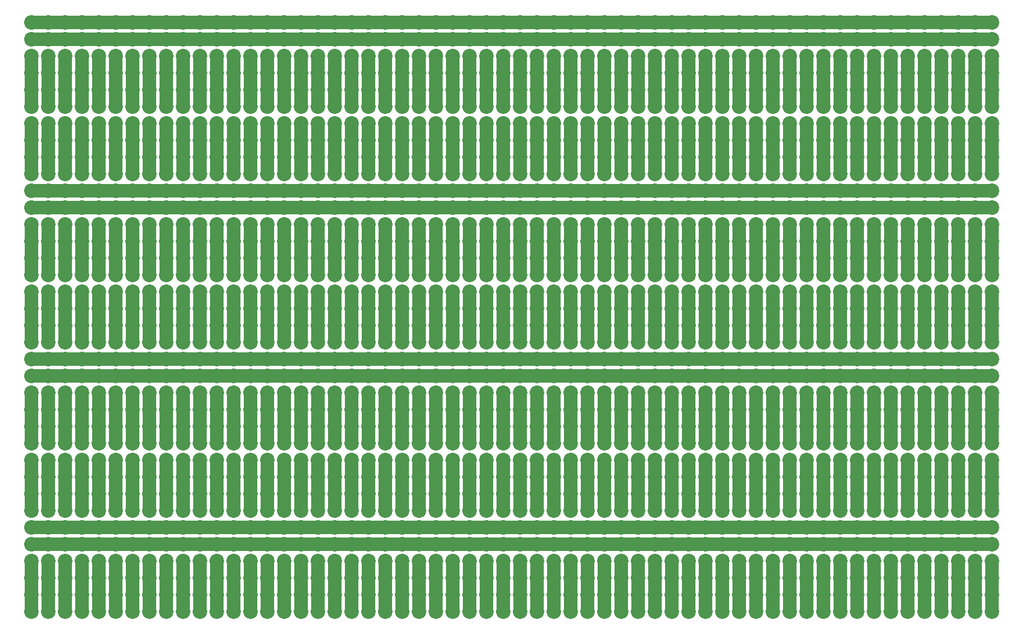
<source format=gbr>
%TF.GenerationSoftware,KiCad,Pcbnew,(5.1.8)-1*%
%TF.CreationDate,2022-01-26T04:35:18+03:00*%
%TF.ProjectId,Proto100x150-4er,50726f74-6f31-4303-9078-3135302d3465,rev?*%
%TF.SameCoordinates,Original*%
%TF.FileFunction,Copper,L2,Bot*%
%TF.FilePolarity,Positive*%
%FSLAX46Y46*%
G04 Gerber Fmt 4.6, Leading zero omitted, Abs format (unit mm)*
G04 Created by KiCad (PCBNEW (5.1.8)-1) date 2022-01-26 04:35:18*
%MOMM*%
%LPD*%
G01*
G04 APERTURE LIST*
%TA.AperFunction,ViaPad*%
%ADD10C,2.200000*%
%TD*%
%TA.AperFunction,Conductor*%
%ADD11C,2.000000*%
%TD*%
G04 APERTURE END LIST*
D10*
%TO.N,*%
X27940000Y-142240000D03*
X27940000Y-139700000D03*
X27940000Y-137160000D03*
X27940000Y-134620000D03*
X27940000Y-132080000D03*
X27940000Y-129540000D03*
X27940000Y-121920000D03*
X27940000Y-127000000D03*
X27940000Y-124460000D03*
X27940000Y-119380000D03*
X27940000Y-111760000D03*
X27940000Y-116840000D03*
X27940000Y-114300000D03*
X27940000Y-109220000D03*
X27940000Y-106680000D03*
X27940000Y-104140000D03*
X27940000Y-96520000D03*
X27940000Y-99060000D03*
X27940000Y-101600000D03*
X27940000Y-93980000D03*
X27940000Y-86360000D03*
X27940000Y-88900000D03*
X27940000Y-91440000D03*
X27940000Y-83820000D03*
X27940000Y-81280000D03*
X27940000Y-78740000D03*
X27940000Y-76200000D03*
X27940000Y-73660000D03*
X27940000Y-68580000D03*
X27940000Y-71120000D03*
X27940000Y-66040000D03*
X27940000Y-63500000D03*
X27940000Y-58420000D03*
X27940000Y-60960000D03*
X27940000Y-55880000D03*
X27940000Y-53340000D03*
X30480000Y-60960000D03*
X30480000Y-63500000D03*
X30480000Y-58420000D03*
X30480000Y-55880000D03*
X30480000Y-66040000D03*
X30480000Y-53340000D03*
X30480000Y-119380000D03*
X30480000Y-91440000D03*
X30480000Y-137160000D03*
X30480000Y-132080000D03*
X30480000Y-88900000D03*
X30480000Y-68580000D03*
X30480000Y-71120000D03*
X30480000Y-101600000D03*
X30480000Y-106680000D03*
X30480000Y-76200000D03*
X30480000Y-124460000D03*
X30480000Y-142240000D03*
X30480000Y-104140000D03*
X30480000Y-81280000D03*
X30480000Y-96520000D03*
X30480000Y-99060000D03*
X30480000Y-73660000D03*
X30480000Y-111760000D03*
X30480000Y-121920000D03*
X30480000Y-139700000D03*
X30480000Y-114300000D03*
X30480000Y-116840000D03*
X30480000Y-129540000D03*
X30480000Y-134620000D03*
X30480000Y-109220000D03*
X30480000Y-83820000D03*
X30480000Y-86360000D03*
X30480000Y-127000000D03*
X30480000Y-78740000D03*
X30480000Y-93980000D03*
X33020000Y-60960000D03*
X33020000Y-63500000D03*
X33020000Y-58420000D03*
X33020000Y-55880000D03*
X33020000Y-66040000D03*
X33020000Y-53340000D03*
X33020000Y-119380000D03*
X33020000Y-91440000D03*
X33020000Y-137160000D03*
X33020000Y-132080000D03*
X33020000Y-88900000D03*
X33020000Y-68580000D03*
X33020000Y-71120000D03*
X33020000Y-101600000D03*
X33020000Y-106680000D03*
X33020000Y-76200000D03*
X33020000Y-124460000D03*
X33020000Y-142240000D03*
X33020000Y-104140000D03*
X33020000Y-81280000D03*
X33020000Y-96520000D03*
X33020000Y-99060000D03*
X33020000Y-73660000D03*
X33020000Y-111760000D03*
X33020000Y-121920000D03*
X33020000Y-139700000D03*
X33020000Y-114300000D03*
X33020000Y-116840000D03*
X33020000Y-129540000D03*
X33020000Y-134620000D03*
X33020000Y-109220000D03*
X33020000Y-83820000D03*
X33020000Y-86360000D03*
X33020000Y-127000000D03*
X33020000Y-78740000D03*
X33020000Y-93980000D03*
X35560000Y-60960000D03*
X35560000Y-63500000D03*
X35560000Y-58420000D03*
X35560000Y-55880000D03*
X35560000Y-66040000D03*
X35560000Y-53340000D03*
X35560000Y-119380000D03*
X35560000Y-91440000D03*
X35560000Y-137160000D03*
X35560000Y-132080000D03*
X35560000Y-88900000D03*
X35560000Y-68580000D03*
X35560000Y-71120000D03*
X35560000Y-101600000D03*
X35560000Y-106680000D03*
X35560000Y-76200000D03*
X35560000Y-124460000D03*
X35560000Y-142240000D03*
X35560000Y-104140000D03*
X35560000Y-81280000D03*
X35560000Y-96520000D03*
X35560000Y-99060000D03*
X35560000Y-73660000D03*
X35560000Y-111760000D03*
X35560000Y-121920000D03*
X35560000Y-139700000D03*
X35560000Y-114300000D03*
X35560000Y-116840000D03*
X35560000Y-129540000D03*
X35560000Y-134620000D03*
X35560000Y-109220000D03*
X35560000Y-83820000D03*
X35560000Y-86360000D03*
X35560000Y-127000000D03*
X35560000Y-78740000D03*
X35560000Y-93980000D03*
X40640000Y-60960000D03*
X38100000Y-60960000D03*
X38100000Y-63500000D03*
X38100000Y-58420000D03*
X38100000Y-55880000D03*
X40640000Y-63500000D03*
X38100000Y-66040000D03*
X38100000Y-53340000D03*
X40640000Y-58420000D03*
X38100000Y-119380000D03*
X38100000Y-91440000D03*
X38100000Y-137160000D03*
X38100000Y-132080000D03*
X38100000Y-88900000D03*
X38100000Y-68580000D03*
X38100000Y-71120000D03*
X40640000Y-55880000D03*
X38100000Y-101600000D03*
X38100000Y-106680000D03*
X38100000Y-76200000D03*
X38100000Y-124460000D03*
X38100000Y-142240000D03*
X38100000Y-104140000D03*
X38100000Y-81280000D03*
X38100000Y-96520000D03*
X38100000Y-99060000D03*
X38100000Y-73660000D03*
X38100000Y-111760000D03*
X38100000Y-121920000D03*
X38100000Y-139700000D03*
X38100000Y-114300000D03*
X38100000Y-116840000D03*
X38100000Y-129540000D03*
X38100000Y-134620000D03*
X38100000Y-109220000D03*
X38100000Y-83820000D03*
X38100000Y-86360000D03*
X38100000Y-127000000D03*
X38100000Y-78740000D03*
X38100000Y-93980000D03*
X45720000Y-86360000D03*
X45720000Y-127000000D03*
X45720000Y-78740000D03*
X45720000Y-93980000D03*
X43180000Y-104140000D03*
X43180000Y-81280000D03*
X43180000Y-96520000D03*
X43180000Y-99060000D03*
X43180000Y-73660000D03*
X43180000Y-111760000D03*
X43180000Y-121920000D03*
X43180000Y-139700000D03*
X43180000Y-114300000D03*
X43180000Y-116840000D03*
X43180000Y-129540000D03*
X43180000Y-134620000D03*
X43180000Y-109220000D03*
X43180000Y-83820000D03*
X43180000Y-86360000D03*
X43180000Y-127000000D03*
X43180000Y-78740000D03*
X43180000Y-93980000D03*
X45720000Y-134620000D03*
X45720000Y-60960000D03*
X45720000Y-63500000D03*
X45720000Y-66040000D03*
X45720000Y-55880000D03*
X45720000Y-53340000D03*
X45720000Y-119380000D03*
X45720000Y-91440000D03*
X45720000Y-137160000D03*
X45720000Y-132080000D03*
X45720000Y-88900000D03*
X45720000Y-68580000D03*
X45720000Y-71120000D03*
X45720000Y-101600000D03*
X45720000Y-106680000D03*
X45720000Y-76200000D03*
X45720000Y-124460000D03*
X45720000Y-142240000D03*
X45720000Y-104140000D03*
X45720000Y-81280000D03*
X45720000Y-96520000D03*
X45720000Y-99060000D03*
X45720000Y-73660000D03*
X45720000Y-111760000D03*
X45720000Y-121920000D03*
X45720000Y-139700000D03*
X45720000Y-114300000D03*
X45720000Y-116840000D03*
X45720000Y-129540000D03*
X45720000Y-109220000D03*
X45720000Y-58420000D03*
X45720000Y-83820000D03*
X40640000Y-66040000D03*
X40640000Y-53340000D03*
X40640000Y-119380000D03*
X40640000Y-91440000D03*
X40640000Y-137160000D03*
X40640000Y-132080000D03*
X40640000Y-88900000D03*
X40640000Y-68580000D03*
X40640000Y-71120000D03*
X40640000Y-101600000D03*
X40640000Y-106680000D03*
X40640000Y-76200000D03*
X40640000Y-124460000D03*
X40640000Y-142240000D03*
X40640000Y-104140000D03*
X40640000Y-81280000D03*
X40640000Y-96520000D03*
X40640000Y-99060000D03*
X40640000Y-73660000D03*
X40640000Y-111760000D03*
X40640000Y-121920000D03*
X40640000Y-139700000D03*
X40640000Y-114300000D03*
X40640000Y-116840000D03*
X40640000Y-129540000D03*
X40640000Y-134620000D03*
X40640000Y-109220000D03*
X40640000Y-83820000D03*
X40640000Y-86360000D03*
X40640000Y-127000000D03*
X40640000Y-78740000D03*
X40640000Y-93980000D03*
X43180000Y-124460000D03*
X43180000Y-60960000D03*
X43180000Y-58420000D03*
X43180000Y-55880000D03*
X43180000Y-66040000D03*
X43180000Y-53340000D03*
X43180000Y-119380000D03*
X43180000Y-91440000D03*
X43180000Y-137160000D03*
X43180000Y-132080000D03*
X43180000Y-88900000D03*
X43180000Y-68580000D03*
X43180000Y-71120000D03*
X43180000Y-101600000D03*
X43180000Y-106680000D03*
X43180000Y-76200000D03*
X43180000Y-63500000D03*
X43180000Y-142240000D03*
X50800000Y-60960000D03*
X48260000Y-60960000D03*
X48260000Y-63500000D03*
X48260000Y-58420000D03*
X48260000Y-55880000D03*
X50800000Y-63500000D03*
X48260000Y-66040000D03*
X48260000Y-53340000D03*
X50800000Y-58420000D03*
X48260000Y-119380000D03*
X48260000Y-91440000D03*
X48260000Y-137160000D03*
X48260000Y-132080000D03*
X48260000Y-88900000D03*
X48260000Y-68580000D03*
X48260000Y-71120000D03*
X50800000Y-55880000D03*
X48260000Y-101600000D03*
X48260000Y-106680000D03*
X48260000Y-76200000D03*
X48260000Y-124460000D03*
X48260000Y-142240000D03*
X48260000Y-104140000D03*
X48260000Y-81280000D03*
X48260000Y-96520000D03*
X48260000Y-99060000D03*
X48260000Y-73660000D03*
X48260000Y-111760000D03*
X48260000Y-121920000D03*
X48260000Y-139700000D03*
X48260000Y-114300000D03*
X48260000Y-116840000D03*
X48260000Y-129540000D03*
X48260000Y-134620000D03*
X48260000Y-109220000D03*
X48260000Y-83820000D03*
X48260000Y-86360000D03*
X48260000Y-127000000D03*
X48260000Y-78740000D03*
X48260000Y-93980000D03*
X55880000Y-86360000D03*
X55880000Y-127000000D03*
X55880000Y-78740000D03*
X55880000Y-93980000D03*
X53340000Y-104140000D03*
X53340000Y-81280000D03*
X53340000Y-96520000D03*
X53340000Y-99060000D03*
X53340000Y-73660000D03*
X53340000Y-111760000D03*
X53340000Y-121920000D03*
X53340000Y-139700000D03*
X53340000Y-114300000D03*
X53340000Y-116840000D03*
X53340000Y-129540000D03*
X53340000Y-134620000D03*
X53340000Y-109220000D03*
X53340000Y-83820000D03*
X53340000Y-86360000D03*
X53340000Y-127000000D03*
X53340000Y-78740000D03*
X53340000Y-93980000D03*
X55880000Y-134620000D03*
X55880000Y-60960000D03*
X55880000Y-63500000D03*
X55880000Y-66040000D03*
X55880000Y-55880000D03*
X55880000Y-53340000D03*
X55880000Y-119380000D03*
X55880000Y-91440000D03*
X55880000Y-137160000D03*
X55880000Y-132080000D03*
X55880000Y-88900000D03*
X55880000Y-68580000D03*
X55880000Y-71120000D03*
X55880000Y-101600000D03*
X55880000Y-106680000D03*
X55880000Y-76200000D03*
X55880000Y-124460000D03*
X55880000Y-142240000D03*
X55880000Y-104140000D03*
X55880000Y-81280000D03*
X55880000Y-96520000D03*
X55880000Y-99060000D03*
X55880000Y-73660000D03*
X55880000Y-111760000D03*
X55880000Y-121920000D03*
X55880000Y-139700000D03*
X55880000Y-114300000D03*
X55880000Y-116840000D03*
X55880000Y-129540000D03*
X55880000Y-109220000D03*
X55880000Y-58420000D03*
X55880000Y-83820000D03*
X50800000Y-66040000D03*
X50800000Y-53340000D03*
X50800000Y-119380000D03*
X50800000Y-91440000D03*
X50800000Y-137160000D03*
X50800000Y-132080000D03*
X50800000Y-88900000D03*
X50800000Y-68580000D03*
X50800000Y-71120000D03*
X50800000Y-101600000D03*
X50800000Y-106680000D03*
X50800000Y-76200000D03*
X50800000Y-124460000D03*
X50800000Y-142240000D03*
X50800000Y-104140000D03*
X50800000Y-81280000D03*
X50800000Y-96520000D03*
X50800000Y-99060000D03*
X50800000Y-73660000D03*
X50800000Y-111760000D03*
X50800000Y-121920000D03*
X50800000Y-139700000D03*
X50800000Y-114300000D03*
X50800000Y-116840000D03*
X50800000Y-129540000D03*
X50800000Y-134620000D03*
X50800000Y-109220000D03*
X50800000Y-83820000D03*
X50800000Y-86360000D03*
X50800000Y-127000000D03*
X50800000Y-78740000D03*
X50800000Y-93980000D03*
X53340000Y-124460000D03*
X53340000Y-60960000D03*
X53340000Y-58420000D03*
X53340000Y-55880000D03*
X53340000Y-66040000D03*
X53340000Y-53340000D03*
X53340000Y-119380000D03*
X53340000Y-91440000D03*
X53340000Y-137160000D03*
X53340000Y-132080000D03*
X53340000Y-88900000D03*
X53340000Y-68580000D03*
X53340000Y-71120000D03*
X53340000Y-101600000D03*
X53340000Y-106680000D03*
X53340000Y-76200000D03*
X53340000Y-63500000D03*
X53340000Y-142240000D03*
X60960000Y-60960000D03*
X58420000Y-60960000D03*
X58420000Y-63500000D03*
X58420000Y-58420000D03*
X58420000Y-55880000D03*
X60960000Y-63500000D03*
X58420000Y-66040000D03*
X58420000Y-53340000D03*
X60960000Y-58420000D03*
X58420000Y-119380000D03*
X58420000Y-91440000D03*
X58420000Y-137160000D03*
X58420000Y-132080000D03*
X58420000Y-88900000D03*
X58420000Y-68580000D03*
X58420000Y-71120000D03*
X60960000Y-55880000D03*
X58420000Y-101600000D03*
X58420000Y-106680000D03*
X58420000Y-76200000D03*
X58420000Y-124460000D03*
X58420000Y-142240000D03*
X58420000Y-104140000D03*
X58420000Y-81280000D03*
X58420000Y-96520000D03*
X58420000Y-99060000D03*
X58420000Y-73660000D03*
X58420000Y-111760000D03*
X58420000Y-121920000D03*
X58420000Y-139700000D03*
X58420000Y-114300000D03*
X58420000Y-116840000D03*
X58420000Y-129540000D03*
X58420000Y-134620000D03*
X58420000Y-109220000D03*
X58420000Y-83820000D03*
X58420000Y-86360000D03*
X58420000Y-127000000D03*
X58420000Y-78740000D03*
X58420000Y-93980000D03*
X66040000Y-86360000D03*
X66040000Y-127000000D03*
X66040000Y-78740000D03*
X66040000Y-93980000D03*
X63500000Y-104140000D03*
X63500000Y-81280000D03*
X63500000Y-96520000D03*
X63500000Y-99060000D03*
X63500000Y-73660000D03*
X63500000Y-111760000D03*
X63500000Y-121920000D03*
X63500000Y-139700000D03*
X63500000Y-114300000D03*
X63500000Y-116840000D03*
X63500000Y-129540000D03*
X63500000Y-134620000D03*
X63500000Y-109220000D03*
X63500000Y-83820000D03*
X63500000Y-86360000D03*
X63500000Y-127000000D03*
X63500000Y-78740000D03*
X63500000Y-93980000D03*
X66040000Y-134620000D03*
X66040000Y-60960000D03*
X66040000Y-63500000D03*
X66040000Y-66040000D03*
X66040000Y-55880000D03*
X66040000Y-53340000D03*
X66040000Y-119380000D03*
X66040000Y-91440000D03*
X66040000Y-137160000D03*
X66040000Y-132080000D03*
X66040000Y-88900000D03*
X66040000Y-68580000D03*
X66040000Y-71120000D03*
X66040000Y-101600000D03*
X66040000Y-106680000D03*
X66040000Y-76200000D03*
X66040000Y-124460000D03*
X66040000Y-142240000D03*
X66040000Y-104140000D03*
X66040000Y-81280000D03*
X66040000Y-96520000D03*
X66040000Y-99060000D03*
X66040000Y-73660000D03*
X66040000Y-111760000D03*
X66040000Y-121920000D03*
X66040000Y-139700000D03*
X66040000Y-114300000D03*
X66040000Y-116840000D03*
X66040000Y-129540000D03*
X66040000Y-109220000D03*
X66040000Y-58420000D03*
X66040000Y-83820000D03*
X60960000Y-66040000D03*
X60960000Y-53340000D03*
X60960000Y-119380000D03*
X60960000Y-91440000D03*
X60960000Y-137160000D03*
X60960000Y-132080000D03*
X60960000Y-88900000D03*
X60960000Y-68580000D03*
X60960000Y-71120000D03*
X60960000Y-101600000D03*
X60960000Y-106680000D03*
X60960000Y-76200000D03*
X60960000Y-124460000D03*
X60960000Y-142240000D03*
X60960000Y-104140000D03*
X60960000Y-81280000D03*
X60960000Y-96520000D03*
X60960000Y-99060000D03*
X60960000Y-73660000D03*
X60960000Y-111760000D03*
X60960000Y-121920000D03*
X60960000Y-139700000D03*
X60960000Y-114300000D03*
X60960000Y-116840000D03*
X60960000Y-129540000D03*
X60960000Y-134620000D03*
X60960000Y-109220000D03*
X60960000Y-83820000D03*
X60960000Y-86360000D03*
X60960000Y-127000000D03*
X60960000Y-78740000D03*
X60960000Y-93980000D03*
X63500000Y-124460000D03*
X63500000Y-60960000D03*
X63500000Y-58420000D03*
X63500000Y-55880000D03*
X63500000Y-66040000D03*
X63500000Y-53340000D03*
X63500000Y-119380000D03*
X63500000Y-91440000D03*
X63500000Y-137160000D03*
X63500000Y-132080000D03*
X63500000Y-88900000D03*
X63500000Y-68580000D03*
X63500000Y-71120000D03*
X63500000Y-101600000D03*
X63500000Y-106680000D03*
X63500000Y-76200000D03*
X63500000Y-63500000D03*
X63500000Y-142240000D03*
X71120000Y-60960000D03*
X68580000Y-60960000D03*
X68580000Y-63500000D03*
X68580000Y-58420000D03*
X68580000Y-55880000D03*
X71120000Y-63500000D03*
X68580000Y-66040000D03*
X68580000Y-53340000D03*
X71120000Y-58420000D03*
X68580000Y-119380000D03*
X68580000Y-91440000D03*
X68580000Y-137160000D03*
X68580000Y-132080000D03*
X68580000Y-88900000D03*
X68580000Y-68580000D03*
X68580000Y-71120000D03*
X71120000Y-55880000D03*
X68580000Y-101600000D03*
X68580000Y-106680000D03*
X68580000Y-76200000D03*
X68580000Y-124460000D03*
X68580000Y-142240000D03*
X68580000Y-104140000D03*
X68580000Y-81280000D03*
X68580000Y-96520000D03*
X68580000Y-99060000D03*
X68580000Y-73660000D03*
X68580000Y-111760000D03*
X68580000Y-121920000D03*
X68580000Y-139700000D03*
X68580000Y-114300000D03*
X68580000Y-116840000D03*
X68580000Y-129540000D03*
X68580000Y-134620000D03*
X68580000Y-109220000D03*
X68580000Y-83820000D03*
X68580000Y-86360000D03*
X68580000Y-127000000D03*
X68580000Y-78740000D03*
X68580000Y-93980000D03*
X104140000Y-83820000D03*
X104140000Y-86360000D03*
X104140000Y-127000000D03*
X104140000Y-78740000D03*
X104140000Y-93980000D03*
X106680000Y-134620000D03*
X106680000Y-60960000D03*
X106680000Y-63500000D03*
X106680000Y-66040000D03*
X106680000Y-55880000D03*
X106680000Y-53340000D03*
X106680000Y-119380000D03*
X106680000Y-91440000D03*
X106680000Y-137160000D03*
X106680000Y-132080000D03*
X106680000Y-88900000D03*
X106680000Y-68580000D03*
X106680000Y-71120000D03*
X106680000Y-101600000D03*
X106680000Y-106680000D03*
X106680000Y-76200000D03*
X106680000Y-124460000D03*
X106680000Y-142240000D03*
X106680000Y-104140000D03*
X106680000Y-81280000D03*
X106680000Y-96520000D03*
X106680000Y-99060000D03*
X106680000Y-73660000D03*
X106680000Y-111760000D03*
X106680000Y-121920000D03*
X106680000Y-139700000D03*
X106680000Y-114300000D03*
X106680000Y-116840000D03*
X106680000Y-129540000D03*
X106680000Y-109220000D03*
X106680000Y-58420000D03*
X106680000Y-83820000D03*
X101600000Y-66040000D03*
X101600000Y-53340000D03*
X101600000Y-119380000D03*
X101600000Y-91440000D03*
X101600000Y-137160000D03*
X101600000Y-132080000D03*
X101600000Y-88900000D03*
X101600000Y-68580000D03*
X101600000Y-71120000D03*
X101600000Y-101600000D03*
X101600000Y-106680000D03*
X101600000Y-76200000D03*
X101600000Y-124460000D03*
X88900000Y-63500000D03*
X88900000Y-58420000D03*
X88900000Y-55880000D03*
X91440000Y-63500000D03*
X88900000Y-66040000D03*
X88900000Y-53340000D03*
X91440000Y-58420000D03*
X88900000Y-119380000D03*
X88900000Y-91440000D03*
X88900000Y-137160000D03*
X88900000Y-132080000D03*
X88900000Y-88900000D03*
X88900000Y-68580000D03*
X88900000Y-71120000D03*
X91440000Y-55880000D03*
X88900000Y-101600000D03*
X88900000Y-106680000D03*
X88900000Y-76200000D03*
X88900000Y-124460000D03*
X88900000Y-142240000D03*
X88900000Y-104140000D03*
X88900000Y-81280000D03*
X88900000Y-96520000D03*
X88900000Y-99060000D03*
X88900000Y-73660000D03*
X88900000Y-111760000D03*
X88900000Y-121920000D03*
X88900000Y-139700000D03*
X88900000Y-114300000D03*
X88900000Y-116840000D03*
X88900000Y-129540000D03*
X88900000Y-134620000D03*
X88900000Y-109220000D03*
X88900000Y-83820000D03*
X88900000Y-86360000D03*
X88900000Y-127000000D03*
X88900000Y-78740000D03*
X88900000Y-93980000D03*
X96520000Y-86360000D03*
X96520000Y-127000000D03*
X96520000Y-78740000D03*
X96520000Y-93980000D03*
X93980000Y-104140000D03*
X93980000Y-81280000D03*
X93980000Y-96520000D03*
X93980000Y-99060000D03*
X93980000Y-73660000D03*
X93980000Y-111760000D03*
X93980000Y-121920000D03*
X93980000Y-139700000D03*
X76200000Y-86360000D03*
X76200000Y-127000000D03*
X76200000Y-78740000D03*
X76200000Y-93980000D03*
X78740000Y-139700000D03*
X78740000Y-60960000D03*
X78740000Y-63500000D03*
X78740000Y-55880000D03*
X78740000Y-58420000D03*
X81280000Y-63500000D03*
X78740000Y-66040000D03*
X78740000Y-53340000D03*
X81280000Y-58420000D03*
X78740000Y-119380000D03*
X78740000Y-91440000D03*
X78740000Y-137160000D03*
X78740000Y-132080000D03*
X78740000Y-88900000D03*
X78740000Y-68580000D03*
X78740000Y-71120000D03*
X81280000Y-55880000D03*
X78740000Y-101600000D03*
X78740000Y-106680000D03*
X78740000Y-76200000D03*
X78740000Y-124460000D03*
X78740000Y-142240000D03*
X78740000Y-104140000D03*
X78740000Y-81280000D03*
X78740000Y-96520000D03*
X78740000Y-99060000D03*
X78740000Y-73660000D03*
X78740000Y-111760000D03*
X78740000Y-121920000D03*
X78740000Y-114300000D03*
X81280000Y-60960000D03*
X78740000Y-116840000D03*
X78740000Y-129540000D03*
X78740000Y-134620000D03*
X78740000Y-109220000D03*
X78740000Y-83820000D03*
X78740000Y-86360000D03*
X78740000Y-127000000D03*
X78740000Y-78740000D03*
X78740000Y-93980000D03*
X86360000Y-86360000D03*
X86360000Y-127000000D03*
X86360000Y-78740000D03*
X86360000Y-93980000D03*
X83820000Y-104140000D03*
X83820000Y-81280000D03*
X104140000Y-119380000D03*
X104140000Y-91440000D03*
X104140000Y-137160000D03*
X104140000Y-132080000D03*
X104140000Y-88900000D03*
X104140000Y-68580000D03*
X104140000Y-71120000D03*
X104140000Y-101600000D03*
X104140000Y-106680000D03*
X104140000Y-76200000D03*
X104140000Y-63500000D03*
X104140000Y-142240000D03*
X83820000Y-96520000D03*
X83820000Y-99060000D03*
X83820000Y-73660000D03*
X83820000Y-111760000D03*
X83820000Y-121920000D03*
X83820000Y-139700000D03*
X83820000Y-114300000D03*
X83820000Y-116840000D03*
X83820000Y-129540000D03*
X83820000Y-134620000D03*
X83820000Y-109220000D03*
X83820000Y-83820000D03*
X83820000Y-86360000D03*
X83820000Y-127000000D03*
X83820000Y-78740000D03*
X83820000Y-93980000D03*
X86360000Y-134620000D03*
X86360000Y-60960000D03*
X86360000Y-63500000D03*
X86360000Y-66040000D03*
X86360000Y-55880000D03*
X86360000Y-53340000D03*
X86360000Y-119380000D03*
X86360000Y-91440000D03*
X86360000Y-137160000D03*
X86360000Y-132080000D03*
X86360000Y-88900000D03*
X86360000Y-68580000D03*
X86360000Y-71120000D03*
X86360000Y-101600000D03*
X86360000Y-106680000D03*
X86360000Y-76200000D03*
X86360000Y-124460000D03*
X86360000Y-142240000D03*
X86360000Y-104140000D03*
X86360000Y-81280000D03*
X86360000Y-96520000D03*
X86360000Y-99060000D03*
X86360000Y-73660000D03*
X86360000Y-111760000D03*
X86360000Y-121920000D03*
X86360000Y-139700000D03*
X86360000Y-114300000D03*
X86360000Y-116840000D03*
X86360000Y-129540000D03*
X86360000Y-109220000D03*
X86360000Y-58420000D03*
X86360000Y-83820000D03*
X81280000Y-66040000D03*
X81280000Y-53340000D03*
X73660000Y-104140000D03*
X73660000Y-81280000D03*
X73660000Y-96520000D03*
X73660000Y-99060000D03*
X73660000Y-73660000D03*
X73660000Y-111760000D03*
X73660000Y-121920000D03*
X73660000Y-139700000D03*
X73660000Y-114300000D03*
X73660000Y-116840000D03*
X73660000Y-129540000D03*
X73660000Y-134620000D03*
X73660000Y-109220000D03*
X73660000Y-83820000D03*
X73660000Y-86360000D03*
X73660000Y-127000000D03*
X73660000Y-78740000D03*
X73660000Y-93980000D03*
X76200000Y-134620000D03*
X76200000Y-60960000D03*
X76200000Y-63500000D03*
X76200000Y-66040000D03*
X76200000Y-55880000D03*
X76200000Y-53340000D03*
X76200000Y-119380000D03*
X76200000Y-91440000D03*
X76200000Y-137160000D03*
X76200000Y-132080000D03*
X76200000Y-88900000D03*
X76200000Y-68580000D03*
X76200000Y-71120000D03*
X76200000Y-101600000D03*
X76200000Y-106680000D03*
X76200000Y-76200000D03*
X76200000Y-124460000D03*
X76200000Y-142240000D03*
X76200000Y-104140000D03*
X76200000Y-81280000D03*
X76200000Y-96520000D03*
X76200000Y-99060000D03*
X76200000Y-73660000D03*
X76200000Y-111760000D03*
X76200000Y-121920000D03*
X76200000Y-139700000D03*
X76200000Y-114300000D03*
X76200000Y-116840000D03*
X76200000Y-129540000D03*
X76200000Y-109220000D03*
X76200000Y-58420000D03*
X76200000Y-83820000D03*
X91440000Y-71120000D03*
X91440000Y-101600000D03*
X91440000Y-106680000D03*
X91440000Y-76200000D03*
X91440000Y-124460000D03*
X91440000Y-142240000D03*
X91440000Y-104140000D03*
X91440000Y-81280000D03*
X91440000Y-96520000D03*
X91440000Y-99060000D03*
X91440000Y-73660000D03*
X91440000Y-111760000D03*
X91440000Y-121920000D03*
X91440000Y-139700000D03*
X91440000Y-114300000D03*
X91440000Y-116840000D03*
X91440000Y-129540000D03*
X91440000Y-134620000D03*
X91440000Y-109220000D03*
X91440000Y-83820000D03*
X91440000Y-86360000D03*
X91440000Y-127000000D03*
X91440000Y-78740000D03*
X91440000Y-93980000D03*
X93980000Y-124460000D03*
X93980000Y-60960000D03*
X93980000Y-58420000D03*
X93980000Y-55880000D03*
X93980000Y-66040000D03*
X93980000Y-53340000D03*
X93980000Y-119380000D03*
X93980000Y-91440000D03*
X93980000Y-137160000D03*
X93980000Y-132080000D03*
X93980000Y-88900000D03*
X93980000Y-68580000D03*
X93980000Y-71120000D03*
X93980000Y-101600000D03*
X93980000Y-106680000D03*
X93980000Y-76200000D03*
X93980000Y-63500000D03*
X93980000Y-142240000D03*
X101600000Y-60960000D03*
X101600000Y-63500000D03*
X99060000Y-63500000D03*
X99060000Y-58420000D03*
X99060000Y-55880000D03*
X99060000Y-60960000D03*
X99060000Y-66040000D03*
X81280000Y-119380000D03*
X81280000Y-91440000D03*
X81280000Y-137160000D03*
X81280000Y-132080000D03*
X81280000Y-88900000D03*
X81280000Y-68580000D03*
X81280000Y-71120000D03*
X81280000Y-101600000D03*
X81280000Y-106680000D03*
X81280000Y-76200000D03*
X81280000Y-124460000D03*
X81280000Y-142240000D03*
X81280000Y-104140000D03*
X81280000Y-81280000D03*
X81280000Y-96520000D03*
X81280000Y-99060000D03*
X81280000Y-73660000D03*
X81280000Y-111760000D03*
X81280000Y-121920000D03*
X81280000Y-139700000D03*
X81280000Y-114300000D03*
X81280000Y-116840000D03*
X81280000Y-129540000D03*
X81280000Y-134620000D03*
X81280000Y-109220000D03*
X81280000Y-83820000D03*
X81280000Y-86360000D03*
X81280000Y-127000000D03*
X81280000Y-78740000D03*
X81280000Y-93980000D03*
X83820000Y-124460000D03*
X83820000Y-60960000D03*
X83820000Y-58420000D03*
X83820000Y-55880000D03*
X83820000Y-66040000D03*
X83820000Y-53340000D03*
X83820000Y-119380000D03*
X83820000Y-91440000D03*
X83820000Y-137160000D03*
X83820000Y-132080000D03*
X83820000Y-88900000D03*
X83820000Y-68580000D03*
X83820000Y-71120000D03*
X83820000Y-101600000D03*
X83820000Y-106680000D03*
X83820000Y-76200000D03*
X83820000Y-63500000D03*
X83820000Y-142240000D03*
X88900000Y-60960000D03*
X91440000Y-60960000D03*
X99060000Y-53340000D03*
X101600000Y-58420000D03*
X99060000Y-119380000D03*
X99060000Y-91440000D03*
X99060000Y-137160000D03*
X99060000Y-132080000D03*
X99060000Y-88900000D03*
X99060000Y-68580000D03*
X99060000Y-71120000D03*
X101600000Y-55880000D03*
X99060000Y-101600000D03*
X99060000Y-106680000D03*
X99060000Y-76200000D03*
X99060000Y-124460000D03*
X99060000Y-142240000D03*
X99060000Y-104140000D03*
X99060000Y-81280000D03*
X99060000Y-96520000D03*
X99060000Y-99060000D03*
X99060000Y-73660000D03*
X99060000Y-111760000D03*
X99060000Y-121920000D03*
X99060000Y-139700000D03*
X99060000Y-114300000D03*
X99060000Y-116840000D03*
X99060000Y-129540000D03*
X99060000Y-134620000D03*
X99060000Y-109220000D03*
X99060000Y-83820000D03*
X99060000Y-86360000D03*
X99060000Y-127000000D03*
X99060000Y-78740000D03*
X99060000Y-93980000D03*
X106680000Y-86360000D03*
X106680000Y-127000000D03*
X106680000Y-78740000D03*
X106680000Y-93980000D03*
X104140000Y-104140000D03*
X104140000Y-81280000D03*
X104140000Y-96520000D03*
X104140000Y-99060000D03*
X104140000Y-73660000D03*
X104140000Y-111760000D03*
X104140000Y-121920000D03*
X104140000Y-139700000D03*
X104140000Y-114300000D03*
X104140000Y-116840000D03*
X104140000Y-129540000D03*
X104140000Y-134620000D03*
X104140000Y-109220000D03*
X71120000Y-66040000D03*
X71120000Y-53340000D03*
X71120000Y-119380000D03*
X71120000Y-91440000D03*
X71120000Y-137160000D03*
X71120000Y-132080000D03*
X71120000Y-88900000D03*
X71120000Y-68580000D03*
X71120000Y-71120000D03*
X71120000Y-101600000D03*
X71120000Y-106680000D03*
X71120000Y-76200000D03*
X71120000Y-124460000D03*
X71120000Y-142240000D03*
X71120000Y-104140000D03*
X71120000Y-81280000D03*
X71120000Y-96520000D03*
X71120000Y-99060000D03*
X71120000Y-73660000D03*
X71120000Y-111760000D03*
X71120000Y-121920000D03*
X71120000Y-139700000D03*
X71120000Y-114300000D03*
X71120000Y-116840000D03*
X71120000Y-129540000D03*
X71120000Y-134620000D03*
X71120000Y-109220000D03*
X71120000Y-83820000D03*
X71120000Y-86360000D03*
X71120000Y-127000000D03*
X71120000Y-78740000D03*
X71120000Y-93980000D03*
X73660000Y-124460000D03*
X73660000Y-60960000D03*
X73660000Y-58420000D03*
X73660000Y-55880000D03*
X73660000Y-66040000D03*
X73660000Y-53340000D03*
X73660000Y-119380000D03*
X73660000Y-91440000D03*
X73660000Y-137160000D03*
X73660000Y-132080000D03*
X73660000Y-88900000D03*
X73660000Y-68580000D03*
X73660000Y-71120000D03*
X73660000Y-101600000D03*
X73660000Y-106680000D03*
X73660000Y-76200000D03*
X73660000Y-63500000D03*
X73660000Y-142240000D03*
X93980000Y-114300000D03*
X93980000Y-116840000D03*
X93980000Y-129540000D03*
X93980000Y-134620000D03*
X93980000Y-109220000D03*
X93980000Y-83820000D03*
X93980000Y-86360000D03*
X93980000Y-127000000D03*
X93980000Y-78740000D03*
X93980000Y-93980000D03*
X96520000Y-134620000D03*
X96520000Y-60960000D03*
X96520000Y-63500000D03*
X96520000Y-66040000D03*
X96520000Y-55880000D03*
X96520000Y-53340000D03*
X96520000Y-119380000D03*
X96520000Y-91440000D03*
X96520000Y-137160000D03*
X96520000Y-132080000D03*
X96520000Y-88900000D03*
X96520000Y-68580000D03*
X96520000Y-71120000D03*
X96520000Y-101600000D03*
X96520000Y-106680000D03*
X96520000Y-76200000D03*
X96520000Y-124460000D03*
X96520000Y-142240000D03*
X96520000Y-104140000D03*
X96520000Y-81280000D03*
X96520000Y-96520000D03*
X96520000Y-99060000D03*
X96520000Y-73660000D03*
X96520000Y-111760000D03*
X96520000Y-121920000D03*
X96520000Y-139700000D03*
X96520000Y-114300000D03*
X96520000Y-116840000D03*
X96520000Y-129540000D03*
X96520000Y-109220000D03*
X96520000Y-58420000D03*
X96520000Y-83820000D03*
X91440000Y-66040000D03*
X91440000Y-53340000D03*
X91440000Y-119380000D03*
X91440000Y-91440000D03*
X91440000Y-137160000D03*
X91440000Y-132080000D03*
X91440000Y-88900000D03*
X91440000Y-68580000D03*
X101600000Y-142240000D03*
X101600000Y-104140000D03*
X101600000Y-81280000D03*
X101600000Y-96520000D03*
X101600000Y-99060000D03*
X101600000Y-73660000D03*
X101600000Y-111760000D03*
X101600000Y-121920000D03*
X101600000Y-139700000D03*
X101600000Y-114300000D03*
X101600000Y-116840000D03*
X101600000Y-129540000D03*
X101600000Y-134620000D03*
X101600000Y-109220000D03*
X101600000Y-83820000D03*
X101600000Y-86360000D03*
X101600000Y-127000000D03*
X101600000Y-78740000D03*
X101600000Y-93980000D03*
X104140000Y-124460000D03*
X104140000Y-60960000D03*
X104140000Y-58420000D03*
X104140000Y-55880000D03*
X104140000Y-66040000D03*
X104140000Y-53340000D03*
X111760000Y-60960000D03*
X109220000Y-60960000D03*
X109220000Y-63500000D03*
X109220000Y-58420000D03*
X109220000Y-55880000D03*
X111760000Y-63500000D03*
X109220000Y-66040000D03*
X109220000Y-53340000D03*
X111760000Y-58420000D03*
X109220000Y-119380000D03*
X109220000Y-91440000D03*
X109220000Y-137160000D03*
X109220000Y-132080000D03*
X109220000Y-88900000D03*
X109220000Y-68580000D03*
X109220000Y-71120000D03*
X111760000Y-55880000D03*
X109220000Y-101600000D03*
X109220000Y-106680000D03*
X109220000Y-76200000D03*
X109220000Y-124460000D03*
X109220000Y-142240000D03*
X109220000Y-104140000D03*
X109220000Y-81280000D03*
X109220000Y-96520000D03*
X109220000Y-99060000D03*
X109220000Y-73660000D03*
X109220000Y-111760000D03*
X109220000Y-121920000D03*
X109220000Y-139700000D03*
X109220000Y-114300000D03*
X109220000Y-116840000D03*
X109220000Y-129540000D03*
X109220000Y-134620000D03*
X109220000Y-109220000D03*
X109220000Y-83820000D03*
X109220000Y-86360000D03*
X109220000Y-127000000D03*
X109220000Y-78740000D03*
X109220000Y-93980000D03*
X144780000Y-83820000D03*
X144780000Y-86360000D03*
X144780000Y-127000000D03*
X144780000Y-78740000D03*
X144780000Y-93980000D03*
X147320000Y-134620000D03*
X147320000Y-60960000D03*
X147320000Y-63500000D03*
X147320000Y-66040000D03*
X147320000Y-55880000D03*
X147320000Y-53340000D03*
X147320000Y-119380000D03*
X147320000Y-91440000D03*
X147320000Y-137160000D03*
X147320000Y-132080000D03*
X147320000Y-88900000D03*
X147320000Y-68580000D03*
X147320000Y-71120000D03*
X147320000Y-101600000D03*
X147320000Y-106680000D03*
X147320000Y-76200000D03*
X147320000Y-124460000D03*
X147320000Y-142240000D03*
X147320000Y-104140000D03*
X147320000Y-81280000D03*
X147320000Y-96520000D03*
X147320000Y-99060000D03*
X147320000Y-73660000D03*
X147320000Y-111760000D03*
X147320000Y-121920000D03*
X147320000Y-139700000D03*
X147320000Y-114300000D03*
X147320000Y-116840000D03*
X147320000Y-129540000D03*
X147320000Y-109220000D03*
X147320000Y-58420000D03*
X147320000Y-83820000D03*
X142240000Y-66040000D03*
X142240000Y-53340000D03*
X142240000Y-119380000D03*
X142240000Y-91440000D03*
X142240000Y-137160000D03*
X142240000Y-132080000D03*
X142240000Y-88900000D03*
X142240000Y-68580000D03*
X142240000Y-71120000D03*
X142240000Y-101600000D03*
X142240000Y-106680000D03*
X142240000Y-76200000D03*
X142240000Y-124460000D03*
X129540000Y-63500000D03*
X129540000Y-58420000D03*
X129540000Y-55880000D03*
X132080000Y-63500000D03*
X129540000Y-66040000D03*
X129540000Y-53340000D03*
X132080000Y-58420000D03*
X129540000Y-119380000D03*
X129540000Y-91440000D03*
X129540000Y-137160000D03*
X129540000Y-132080000D03*
X129540000Y-88900000D03*
X129540000Y-68580000D03*
X129540000Y-71120000D03*
X132080000Y-55880000D03*
X129540000Y-101600000D03*
X129540000Y-106680000D03*
X129540000Y-76200000D03*
X129540000Y-124460000D03*
X129540000Y-142240000D03*
X129540000Y-104140000D03*
X129540000Y-81280000D03*
X129540000Y-96520000D03*
X129540000Y-99060000D03*
X129540000Y-73660000D03*
X129540000Y-111760000D03*
X129540000Y-121920000D03*
X129540000Y-139700000D03*
X129540000Y-114300000D03*
X129540000Y-116840000D03*
X129540000Y-129540000D03*
X129540000Y-134620000D03*
X129540000Y-109220000D03*
X129540000Y-83820000D03*
X129540000Y-86360000D03*
X129540000Y-127000000D03*
X129540000Y-78740000D03*
X129540000Y-93980000D03*
X137160000Y-86360000D03*
X137160000Y-127000000D03*
X137160000Y-78740000D03*
X137160000Y-93980000D03*
X134620000Y-104140000D03*
X134620000Y-81280000D03*
X134620000Y-96520000D03*
X134620000Y-99060000D03*
X134620000Y-73660000D03*
X134620000Y-111760000D03*
X134620000Y-121920000D03*
X134620000Y-139700000D03*
X116840000Y-86360000D03*
X116840000Y-127000000D03*
X116840000Y-78740000D03*
X116840000Y-93980000D03*
X119380000Y-139700000D03*
X119380000Y-60960000D03*
X119380000Y-63500000D03*
X119380000Y-55880000D03*
X119380000Y-58420000D03*
X121920000Y-63500000D03*
X119380000Y-66040000D03*
X119380000Y-53340000D03*
X121920000Y-58420000D03*
X119380000Y-119380000D03*
X119380000Y-91440000D03*
X119380000Y-137160000D03*
X119380000Y-132080000D03*
X119380000Y-88900000D03*
X119380000Y-68580000D03*
X119380000Y-71120000D03*
X121920000Y-55880000D03*
X119380000Y-101600000D03*
X119380000Y-106680000D03*
X119380000Y-76200000D03*
X119380000Y-124460000D03*
X119380000Y-142240000D03*
X119380000Y-104140000D03*
X119380000Y-81280000D03*
X119380000Y-96520000D03*
X119380000Y-99060000D03*
X119380000Y-73660000D03*
X119380000Y-111760000D03*
X119380000Y-121920000D03*
X119380000Y-114300000D03*
X121920000Y-60960000D03*
X119380000Y-116840000D03*
X119380000Y-129540000D03*
X119380000Y-134620000D03*
X119380000Y-109220000D03*
X119380000Y-83820000D03*
X119380000Y-86360000D03*
X119380000Y-127000000D03*
X119380000Y-78740000D03*
X119380000Y-93980000D03*
X127000000Y-86360000D03*
X127000000Y-127000000D03*
X127000000Y-78740000D03*
X127000000Y-93980000D03*
X124460000Y-104140000D03*
X124460000Y-81280000D03*
X144780000Y-119380000D03*
X144780000Y-91440000D03*
X144780000Y-137160000D03*
X144780000Y-132080000D03*
X144780000Y-88900000D03*
X144780000Y-68580000D03*
X144780000Y-71120000D03*
X144780000Y-101600000D03*
X144780000Y-106680000D03*
X144780000Y-76200000D03*
X144780000Y-63500000D03*
X144780000Y-142240000D03*
X124460000Y-96520000D03*
X124460000Y-99060000D03*
X124460000Y-73660000D03*
X124460000Y-111760000D03*
X124460000Y-121920000D03*
X124460000Y-139700000D03*
X124460000Y-114300000D03*
X124460000Y-116840000D03*
X124460000Y-129540000D03*
X124460000Y-134620000D03*
X124460000Y-109220000D03*
X124460000Y-83820000D03*
X124460000Y-86360000D03*
X124460000Y-127000000D03*
X124460000Y-78740000D03*
X124460000Y-93980000D03*
X127000000Y-134620000D03*
X127000000Y-60960000D03*
X127000000Y-63500000D03*
X127000000Y-66040000D03*
X127000000Y-55880000D03*
X127000000Y-53340000D03*
X127000000Y-119380000D03*
X127000000Y-91440000D03*
X127000000Y-137160000D03*
X127000000Y-132080000D03*
X127000000Y-88900000D03*
X127000000Y-68580000D03*
X127000000Y-71120000D03*
X127000000Y-101600000D03*
X127000000Y-106680000D03*
X127000000Y-76200000D03*
X127000000Y-124460000D03*
X127000000Y-142240000D03*
X127000000Y-104140000D03*
X127000000Y-81280000D03*
X127000000Y-96520000D03*
X127000000Y-99060000D03*
X127000000Y-73660000D03*
X127000000Y-111760000D03*
X127000000Y-121920000D03*
X127000000Y-139700000D03*
X127000000Y-114300000D03*
X127000000Y-116840000D03*
X127000000Y-129540000D03*
X127000000Y-109220000D03*
X127000000Y-58420000D03*
X127000000Y-83820000D03*
X121920000Y-66040000D03*
X121920000Y-53340000D03*
X114300000Y-104140000D03*
X114300000Y-81280000D03*
X114300000Y-96520000D03*
X114300000Y-99060000D03*
X114300000Y-73660000D03*
X114300000Y-111760000D03*
X114300000Y-121920000D03*
X114300000Y-139700000D03*
X114300000Y-114300000D03*
X114300000Y-116840000D03*
X114300000Y-129540000D03*
X114300000Y-134620000D03*
X114300000Y-109220000D03*
X114300000Y-83820000D03*
X114300000Y-86360000D03*
X114300000Y-127000000D03*
X114300000Y-78740000D03*
X114300000Y-93980000D03*
X116840000Y-134620000D03*
X116840000Y-60960000D03*
X116840000Y-63500000D03*
X116840000Y-66040000D03*
X116840000Y-55880000D03*
X116840000Y-53340000D03*
X116840000Y-119380000D03*
X116840000Y-91440000D03*
X116840000Y-137160000D03*
X116840000Y-132080000D03*
X116840000Y-88900000D03*
X116840000Y-68580000D03*
X116840000Y-71120000D03*
X116840000Y-101600000D03*
X116840000Y-106680000D03*
X116840000Y-76200000D03*
X116840000Y-124460000D03*
X116840000Y-142240000D03*
X116840000Y-104140000D03*
X116840000Y-81280000D03*
X116840000Y-96520000D03*
X116840000Y-99060000D03*
X116840000Y-73660000D03*
X116840000Y-111760000D03*
X116840000Y-121920000D03*
X116840000Y-139700000D03*
X116840000Y-114300000D03*
X116840000Y-116840000D03*
X116840000Y-129540000D03*
X116840000Y-109220000D03*
X116840000Y-58420000D03*
X116840000Y-83820000D03*
X132080000Y-71120000D03*
X132080000Y-101600000D03*
X132080000Y-106680000D03*
X132080000Y-76200000D03*
X132080000Y-124460000D03*
X132080000Y-142240000D03*
X132080000Y-104140000D03*
X132080000Y-81280000D03*
X132080000Y-96520000D03*
X132080000Y-99060000D03*
X132080000Y-73660000D03*
X132080000Y-111760000D03*
X132080000Y-121920000D03*
X132080000Y-139700000D03*
X132080000Y-114300000D03*
X132080000Y-116840000D03*
X132080000Y-129540000D03*
X132080000Y-134620000D03*
X132080000Y-109220000D03*
X132080000Y-83820000D03*
X132080000Y-86360000D03*
X132080000Y-127000000D03*
X132080000Y-78740000D03*
X132080000Y-93980000D03*
X134620000Y-124460000D03*
X134620000Y-60960000D03*
X134620000Y-58420000D03*
X134620000Y-55880000D03*
X134620000Y-66040000D03*
X134620000Y-53340000D03*
X134620000Y-119380000D03*
X134620000Y-91440000D03*
X134620000Y-137160000D03*
X134620000Y-132080000D03*
X134620000Y-88900000D03*
X134620000Y-68580000D03*
X134620000Y-71120000D03*
X134620000Y-101600000D03*
X134620000Y-106680000D03*
X134620000Y-76200000D03*
X134620000Y-63500000D03*
X134620000Y-142240000D03*
X142240000Y-60960000D03*
X142240000Y-63500000D03*
X139700000Y-63500000D03*
X139700000Y-58420000D03*
X139700000Y-55880000D03*
X139700000Y-60960000D03*
X139700000Y-66040000D03*
X121920000Y-119380000D03*
X121920000Y-91440000D03*
X121920000Y-137160000D03*
X121920000Y-132080000D03*
X121920000Y-88900000D03*
X121920000Y-68580000D03*
X121920000Y-71120000D03*
X121920000Y-101600000D03*
X121920000Y-106680000D03*
X121920000Y-76200000D03*
X121920000Y-124460000D03*
X121920000Y-142240000D03*
X121920000Y-104140000D03*
X121920000Y-81280000D03*
X121920000Y-96520000D03*
X121920000Y-99060000D03*
X121920000Y-73660000D03*
X121920000Y-111760000D03*
X121920000Y-121920000D03*
X121920000Y-139700000D03*
X121920000Y-114300000D03*
X121920000Y-116840000D03*
X121920000Y-129540000D03*
X121920000Y-134620000D03*
X121920000Y-109220000D03*
X121920000Y-83820000D03*
X121920000Y-86360000D03*
X121920000Y-127000000D03*
X121920000Y-78740000D03*
X121920000Y-93980000D03*
X124460000Y-124460000D03*
X124460000Y-60960000D03*
X124460000Y-58420000D03*
X124460000Y-55880000D03*
X124460000Y-66040000D03*
X124460000Y-53340000D03*
X124460000Y-119380000D03*
X124460000Y-91440000D03*
X124460000Y-137160000D03*
X124460000Y-132080000D03*
X124460000Y-88900000D03*
X124460000Y-68580000D03*
X124460000Y-71120000D03*
X124460000Y-101600000D03*
X124460000Y-106680000D03*
X124460000Y-76200000D03*
X124460000Y-63500000D03*
X124460000Y-142240000D03*
X129540000Y-60960000D03*
X132080000Y-60960000D03*
X139700000Y-53340000D03*
X142240000Y-58420000D03*
X139700000Y-119380000D03*
X139700000Y-91440000D03*
X139700000Y-137160000D03*
X139700000Y-132080000D03*
X139700000Y-88900000D03*
X139700000Y-68580000D03*
X139700000Y-71120000D03*
X142240000Y-55880000D03*
X139700000Y-101600000D03*
X139700000Y-106680000D03*
X139700000Y-76200000D03*
X139700000Y-124460000D03*
X139700000Y-142240000D03*
X139700000Y-104140000D03*
X139700000Y-81280000D03*
X139700000Y-96520000D03*
X139700000Y-99060000D03*
X139700000Y-73660000D03*
X139700000Y-111760000D03*
X139700000Y-121920000D03*
X139700000Y-139700000D03*
X139700000Y-114300000D03*
X139700000Y-116840000D03*
X139700000Y-129540000D03*
X139700000Y-134620000D03*
X139700000Y-109220000D03*
X139700000Y-83820000D03*
X139700000Y-86360000D03*
X139700000Y-127000000D03*
X139700000Y-78740000D03*
X139700000Y-93980000D03*
X147320000Y-86360000D03*
X147320000Y-127000000D03*
X147320000Y-78740000D03*
X147320000Y-93980000D03*
X144780000Y-104140000D03*
X144780000Y-81280000D03*
X144780000Y-96520000D03*
X144780000Y-99060000D03*
X144780000Y-73660000D03*
X144780000Y-111760000D03*
X144780000Y-121920000D03*
X144780000Y-139700000D03*
X144780000Y-114300000D03*
X144780000Y-116840000D03*
X144780000Y-129540000D03*
X144780000Y-134620000D03*
X144780000Y-109220000D03*
X111760000Y-66040000D03*
X111760000Y-53340000D03*
X111760000Y-119380000D03*
X111760000Y-91440000D03*
X111760000Y-137160000D03*
X111760000Y-132080000D03*
X111760000Y-88900000D03*
X111760000Y-68580000D03*
X111760000Y-71120000D03*
X111760000Y-101600000D03*
X111760000Y-106680000D03*
X111760000Y-76200000D03*
X111760000Y-124460000D03*
X111760000Y-142240000D03*
X111760000Y-104140000D03*
X111760000Y-81280000D03*
X111760000Y-96520000D03*
X111760000Y-99060000D03*
X111760000Y-73660000D03*
X111760000Y-111760000D03*
X111760000Y-121920000D03*
X111760000Y-139700000D03*
X111760000Y-114300000D03*
X111760000Y-116840000D03*
X111760000Y-129540000D03*
X111760000Y-134620000D03*
X111760000Y-109220000D03*
X111760000Y-83820000D03*
X111760000Y-86360000D03*
X111760000Y-127000000D03*
X111760000Y-78740000D03*
X111760000Y-93980000D03*
X114300000Y-124460000D03*
X114300000Y-60960000D03*
X114300000Y-58420000D03*
X114300000Y-55880000D03*
X114300000Y-66040000D03*
X114300000Y-53340000D03*
X114300000Y-119380000D03*
X114300000Y-91440000D03*
X114300000Y-137160000D03*
X114300000Y-132080000D03*
X114300000Y-88900000D03*
X114300000Y-68580000D03*
X114300000Y-71120000D03*
X114300000Y-101600000D03*
X114300000Y-106680000D03*
X114300000Y-76200000D03*
X114300000Y-63500000D03*
X114300000Y-142240000D03*
X134620000Y-114300000D03*
X134620000Y-116840000D03*
X134620000Y-129540000D03*
X134620000Y-134620000D03*
X134620000Y-109220000D03*
X134620000Y-83820000D03*
X134620000Y-86360000D03*
X134620000Y-127000000D03*
X134620000Y-78740000D03*
X134620000Y-93980000D03*
X137160000Y-134620000D03*
X137160000Y-60960000D03*
X137160000Y-63500000D03*
X137160000Y-66040000D03*
X137160000Y-55880000D03*
X137160000Y-53340000D03*
X137160000Y-119380000D03*
X137160000Y-91440000D03*
X137160000Y-137160000D03*
X137160000Y-132080000D03*
X137160000Y-88900000D03*
X137160000Y-68580000D03*
X137160000Y-71120000D03*
X137160000Y-101600000D03*
X137160000Y-106680000D03*
X137160000Y-76200000D03*
X137160000Y-124460000D03*
X137160000Y-142240000D03*
X137160000Y-104140000D03*
X137160000Y-81280000D03*
X137160000Y-96520000D03*
X137160000Y-99060000D03*
X137160000Y-73660000D03*
X137160000Y-111760000D03*
X137160000Y-121920000D03*
X137160000Y-139700000D03*
X137160000Y-114300000D03*
X137160000Y-116840000D03*
X137160000Y-129540000D03*
X137160000Y-109220000D03*
X137160000Y-58420000D03*
X137160000Y-83820000D03*
X132080000Y-66040000D03*
X132080000Y-53340000D03*
X132080000Y-119380000D03*
X132080000Y-91440000D03*
X132080000Y-137160000D03*
X132080000Y-132080000D03*
X132080000Y-88900000D03*
X132080000Y-68580000D03*
X142240000Y-142240000D03*
X142240000Y-104140000D03*
X142240000Y-81280000D03*
X142240000Y-96520000D03*
X142240000Y-99060000D03*
X142240000Y-73660000D03*
X142240000Y-111760000D03*
X142240000Y-121920000D03*
X142240000Y-139700000D03*
X142240000Y-114300000D03*
X142240000Y-116840000D03*
X142240000Y-129540000D03*
X142240000Y-134620000D03*
X142240000Y-109220000D03*
X142240000Y-83820000D03*
X142240000Y-86360000D03*
X142240000Y-127000000D03*
X142240000Y-78740000D03*
X142240000Y-93980000D03*
X144780000Y-124460000D03*
X144780000Y-60960000D03*
X144780000Y-58420000D03*
X144780000Y-55880000D03*
X144780000Y-66040000D03*
X144780000Y-53340000D03*
X152400000Y-60960000D03*
X149860000Y-60960000D03*
X149860000Y-63500000D03*
X149860000Y-58420000D03*
X149860000Y-55880000D03*
X152400000Y-63500000D03*
X149860000Y-66040000D03*
X149860000Y-53340000D03*
X152400000Y-58420000D03*
X149860000Y-119380000D03*
X149860000Y-91440000D03*
X149860000Y-137160000D03*
X149860000Y-132080000D03*
X149860000Y-88900000D03*
X149860000Y-68580000D03*
X149860000Y-71120000D03*
X152400000Y-55880000D03*
X149860000Y-101600000D03*
X149860000Y-106680000D03*
X149860000Y-76200000D03*
X149860000Y-124460000D03*
X149860000Y-142240000D03*
X149860000Y-104140000D03*
X149860000Y-81280000D03*
X149860000Y-96520000D03*
X149860000Y-99060000D03*
X149860000Y-73660000D03*
X149860000Y-111760000D03*
X149860000Y-121920000D03*
X149860000Y-139700000D03*
X149860000Y-114300000D03*
X149860000Y-116840000D03*
X149860000Y-129540000D03*
X149860000Y-134620000D03*
X149860000Y-109220000D03*
X149860000Y-83820000D03*
X149860000Y-86360000D03*
X149860000Y-127000000D03*
X149860000Y-78740000D03*
X149860000Y-93980000D03*
X157480000Y-86360000D03*
X157480000Y-127000000D03*
X157480000Y-78740000D03*
X157480000Y-93980000D03*
X160020000Y-139700000D03*
X160020000Y-60960000D03*
X160020000Y-63500000D03*
X160020000Y-55880000D03*
X160020000Y-58420000D03*
X160020000Y-66040000D03*
X160020000Y-53340000D03*
X160020000Y-119380000D03*
X160020000Y-91440000D03*
X160020000Y-137160000D03*
X160020000Y-132080000D03*
X160020000Y-88900000D03*
X160020000Y-68580000D03*
X160020000Y-71120000D03*
X160020000Y-101600000D03*
X160020000Y-106680000D03*
X160020000Y-76200000D03*
X160020000Y-124460000D03*
X160020000Y-142240000D03*
X160020000Y-104140000D03*
X160020000Y-81280000D03*
X160020000Y-96520000D03*
X160020000Y-99060000D03*
X160020000Y-73660000D03*
X160020000Y-111760000D03*
X160020000Y-121920000D03*
X160020000Y-114300000D03*
X160020000Y-116840000D03*
X160020000Y-129540000D03*
X160020000Y-134620000D03*
X160020000Y-109220000D03*
X160020000Y-83820000D03*
X160020000Y-86360000D03*
X160020000Y-127000000D03*
X160020000Y-78740000D03*
X160020000Y-93980000D03*
X154940000Y-104140000D03*
X154940000Y-81280000D03*
X154940000Y-96520000D03*
X154940000Y-99060000D03*
X154940000Y-73660000D03*
X154940000Y-111760000D03*
X154940000Y-121920000D03*
X154940000Y-139700000D03*
X154940000Y-114300000D03*
X154940000Y-116840000D03*
X154940000Y-129540000D03*
X154940000Y-134620000D03*
X154940000Y-109220000D03*
X154940000Y-83820000D03*
X154940000Y-86360000D03*
X154940000Y-127000000D03*
X154940000Y-78740000D03*
X154940000Y-93980000D03*
X157480000Y-134620000D03*
X157480000Y-60960000D03*
X157480000Y-63500000D03*
X157480000Y-66040000D03*
X157480000Y-55880000D03*
X157480000Y-53340000D03*
X157480000Y-119380000D03*
X157480000Y-91440000D03*
X157480000Y-137160000D03*
X157480000Y-132080000D03*
X157480000Y-88900000D03*
X157480000Y-68580000D03*
X157480000Y-71120000D03*
X157480000Y-101600000D03*
X157480000Y-106680000D03*
X157480000Y-76200000D03*
X157480000Y-124460000D03*
X157480000Y-142240000D03*
X157480000Y-104140000D03*
X157480000Y-81280000D03*
X157480000Y-96520000D03*
X157480000Y-99060000D03*
X157480000Y-73660000D03*
X157480000Y-111760000D03*
X157480000Y-121920000D03*
X157480000Y-139700000D03*
X157480000Y-114300000D03*
X157480000Y-116840000D03*
X157480000Y-129540000D03*
X157480000Y-109220000D03*
X157480000Y-58420000D03*
X157480000Y-83820000D03*
X152400000Y-66040000D03*
X152400000Y-53340000D03*
X152400000Y-119380000D03*
X152400000Y-91440000D03*
X152400000Y-137160000D03*
X152400000Y-132080000D03*
X152400000Y-88900000D03*
X152400000Y-68580000D03*
X152400000Y-71120000D03*
X152400000Y-101600000D03*
X152400000Y-106680000D03*
X152400000Y-76200000D03*
X152400000Y-124460000D03*
X152400000Y-142240000D03*
X152400000Y-104140000D03*
X152400000Y-81280000D03*
X152400000Y-96520000D03*
X152400000Y-99060000D03*
X152400000Y-73660000D03*
X152400000Y-111760000D03*
X152400000Y-121920000D03*
X152400000Y-139700000D03*
X152400000Y-114300000D03*
X152400000Y-116840000D03*
X152400000Y-129540000D03*
X152400000Y-134620000D03*
X152400000Y-109220000D03*
X152400000Y-83820000D03*
X152400000Y-86360000D03*
X152400000Y-127000000D03*
X152400000Y-78740000D03*
X152400000Y-93980000D03*
X154940000Y-124460000D03*
X154940000Y-60960000D03*
X154940000Y-58420000D03*
X154940000Y-55880000D03*
X154940000Y-66040000D03*
X154940000Y-53340000D03*
X154940000Y-119380000D03*
X154940000Y-91440000D03*
X154940000Y-137160000D03*
X154940000Y-132080000D03*
X154940000Y-88900000D03*
X154940000Y-68580000D03*
X154940000Y-71120000D03*
X154940000Y-101600000D03*
X154940000Y-106680000D03*
X154940000Y-76200000D03*
X154940000Y-63500000D03*
X154940000Y-142240000D03*
X165100000Y-60960000D03*
X162560000Y-60960000D03*
X162560000Y-63500000D03*
X162560000Y-58420000D03*
X162560000Y-55880000D03*
X165100000Y-63500000D03*
X162560000Y-66040000D03*
X162560000Y-53340000D03*
X165100000Y-58420000D03*
X162560000Y-119380000D03*
X162560000Y-91440000D03*
X162560000Y-137160000D03*
X162560000Y-132080000D03*
X162560000Y-88900000D03*
X162560000Y-68580000D03*
X162560000Y-71120000D03*
X165100000Y-55880000D03*
X162560000Y-101600000D03*
X162560000Y-106680000D03*
X162560000Y-76200000D03*
X162560000Y-124460000D03*
X162560000Y-142240000D03*
X162560000Y-104140000D03*
X162560000Y-81280000D03*
X162560000Y-96520000D03*
X162560000Y-99060000D03*
X162560000Y-73660000D03*
X162560000Y-111760000D03*
X162560000Y-121920000D03*
X162560000Y-139700000D03*
X162560000Y-114300000D03*
X162560000Y-116840000D03*
X162560000Y-129540000D03*
X162560000Y-134620000D03*
X162560000Y-109220000D03*
X162560000Y-83820000D03*
X162560000Y-86360000D03*
X162560000Y-127000000D03*
X162560000Y-78740000D03*
X162560000Y-93980000D03*
X170180000Y-86360000D03*
X170180000Y-127000000D03*
X170180000Y-78740000D03*
X170180000Y-93980000D03*
X172720000Y-139700000D03*
X172720000Y-60960000D03*
X172720000Y-63500000D03*
X172720000Y-55880000D03*
X172720000Y-58420000D03*
X172720000Y-66040000D03*
X172720000Y-53340000D03*
X172720000Y-119380000D03*
X172720000Y-91440000D03*
X172720000Y-137160000D03*
X172720000Y-132080000D03*
X172720000Y-88900000D03*
X172720000Y-68580000D03*
X172720000Y-71120000D03*
X172720000Y-101600000D03*
X172720000Y-106680000D03*
X172720000Y-76200000D03*
X172720000Y-124460000D03*
X172720000Y-142240000D03*
X172720000Y-104140000D03*
X172720000Y-81280000D03*
X172720000Y-96520000D03*
X172720000Y-99060000D03*
X172720000Y-73660000D03*
X172720000Y-111760000D03*
X172720000Y-121920000D03*
X172720000Y-114300000D03*
X172720000Y-116840000D03*
X172720000Y-129540000D03*
X172720000Y-134620000D03*
X172720000Y-109220000D03*
X172720000Y-83820000D03*
X172720000Y-86360000D03*
X172720000Y-127000000D03*
X172720000Y-78740000D03*
X172720000Y-93980000D03*
X167640000Y-104140000D03*
X167640000Y-81280000D03*
X167640000Y-96520000D03*
X167640000Y-99060000D03*
X167640000Y-73660000D03*
X167640000Y-111760000D03*
X167640000Y-121920000D03*
X167640000Y-139700000D03*
X167640000Y-114300000D03*
X167640000Y-116840000D03*
X167640000Y-129540000D03*
X167640000Y-134620000D03*
X167640000Y-109220000D03*
X167640000Y-83820000D03*
X167640000Y-86360000D03*
X167640000Y-127000000D03*
X167640000Y-78740000D03*
X167640000Y-93980000D03*
X170180000Y-134620000D03*
X170180000Y-60960000D03*
X170180000Y-63500000D03*
X170180000Y-66040000D03*
X170180000Y-55880000D03*
X170180000Y-53340000D03*
X170180000Y-119380000D03*
X170180000Y-91440000D03*
X170180000Y-137160000D03*
X170180000Y-132080000D03*
X170180000Y-88900000D03*
X170180000Y-68580000D03*
X170180000Y-71120000D03*
X170180000Y-101600000D03*
X170180000Y-106680000D03*
X170180000Y-76200000D03*
X170180000Y-124460000D03*
X170180000Y-142240000D03*
X170180000Y-104140000D03*
X170180000Y-81280000D03*
X170180000Y-96520000D03*
X170180000Y-99060000D03*
X170180000Y-73660000D03*
X170180000Y-111760000D03*
X170180000Y-121920000D03*
X170180000Y-139700000D03*
X170180000Y-114300000D03*
X170180000Y-116840000D03*
X170180000Y-129540000D03*
X170180000Y-109220000D03*
X170180000Y-58420000D03*
X170180000Y-83820000D03*
X165100000Y-66040000D03*
X165100000Y-53340000D03*
X165100000Y-119380000D03*
X165100000Y-91440000D03*
X165100000Y-137160000D03*
X165100000Y-132080000D03*
X165100000Y-88900000D03*
X165100000Y-68580000D03*
X165100000Y-71120000D03*
X165100000Y-101600000D03*
X165100000Y-106680000D03*
X165100000Y-76200000D03*
X165100000Y-124460000D03*
X165100000Y-142240000D03*
X165100000Y-104140000D03*
X165100000Y-81280000D03*
X165100000Y-96520000D03*
X165100000Y-99060000D03*
X165100000Y-73660000D03*
X165100000Y-111760000D03*
X165100000Y-121920000D03*
X165100000Y-139700000D03*
X165100000Y-114300000D03*
X165100000Y-116840000D03*
X165100000Y-129540000D03*
X165100000Y-134620000D03*
X165100000Y-109220000D03*
X165100000Y-83820000D03*
X165100000Y-86360000D03*
X165100000Y-127000000D03*
X165100000Y-78740000D03*
X165100000Y-93980000D03*
X167640000Y-124460000D03*
X167640000Y-60960000D03*
X167640000Y-58420000D03*
X167640000Y-55880000D03*
X167640000Y-66040000D03*
X167640000Y-53340000D03*
X167640000Y-119380000D03*
X167640000Y-91440000D03*
X167640000Y-137160000D03*
X167640000Y-132080000D03*
X167640000Y-88900000D03*
X167640000Y-68580000D03*
X167640000Y-71120000D03*
X167640000Y-101600000D03*
X167640000Y-106680000D03*
X167640000Y-76200000D03*
X167640000Y-63500000D03*
X167640000Y-142240000D03*
%TD*%
D11*
%TO.N,*%
X27940000Y-134620000D02*
X27940000Y-142240000D01*
X27940000Y-132080000D02*
X172720000Y-132080000D01*
X27940000Y-129540000D02*
X172720000Y-129540000D01*
X27940000Y-119380000D02*
X27940000Y-127000000D01*
X27940000Y-109220000D02*
X27940000Y-116840000D01*
X27940000Y-104140000D02*
X172720000Y-104140000D01*
X27940000Y-106680000D02*
X172720000Y-106680000D01*
X27940000Y-93980000D02*
X27940000Y-101600000D01*
X27940000Y-83820000D02*
X27940000Y-91440000D01*
X27940000Y-81280000D02*
X172720000Y-81280000D01*
X27940000Y-78740000D02*
X172720000Y-78740000D01*
X27940000Y-68580000D02*
X27940000Y-76200000D01*
X27940000Y-58420000D02*
X27940000Y-66040000D01*
X27940000Y-55880000D02*
X172720000Y-55880000D01*
X27940000Y-53340000D02*
X172720000Y-53340000D01*
X30480000Y-134620000D02*
X30480000Y-142240000D01*
X30480000Y-83820000D02*
X30480000Y-91440000D01*
X30480000Y-119380000D02*
X30480000Y-127000000D01*
X30480000Y-58420000D02*
X30480000Y-66040000D01*
X30480000Y-68580000D02*
X30480000Y-76200000D01*
X30480000Y-93980000D02*
X30480000Y-101600000D01*
X30480000Y-109220000D02*
X30480000Y-116840000D01*
X33020000Y-134620000D02*
X33020000Y-142240000D01*
X33020000Y-83820000D02*
X33020000Y-91440000D01*
X33020000Y-119380000D02*
X33020000Y-127000000D01*
X33020000Y-58420000D02*
X33020000Y-66040000D01*
X33020000Y-68580000D02*
X33020000Y-76200000D01*
X33020000Y-93980000D02*
X33020000Y-101600000D01*
X33020000Y-109220000D02*
X33020000Y-116840000D01*
X35560000Y-134620000D02*
X35560000Y-142240000D01*
X35560000Y-83820000D02*
X35560000Y-91440000D01*
X35560000Y-119380000D02*
X35560000Y-127000000D01*
X35560000Y-58420000D02*
X35560000Y-66040000D01*
X35560000Y-68580000D02*
X35560000Y-76200000D01*
X35560000Y-93980000D02*
X35560000Y-101600000D01*
X35560000Y-109220000D02*
X35560000Y-116840000D01*
X38100000Y-134620000D02*
X38100000Y-142240000D01*
X38100000Y-83820000D02*
X38100000Y-91440000D01*
X38100000Y-119380000D02*
X38100000Y-127000000D01*
X40640000Y-119380000D02*
X40640000Y-127000000D01*
X45720000Y-83820000D02*
X45720000Y-91440000D01*
X43180000Y-58420000D02*
X43180000Y-66040000D01*
X40640000Y-58420000D02*
X40640000Y-66040000D01*
X43180000Y-119380000D02*
X43180000Y-127000000D01*
X43180000Y-83820000D02*
X43180000Y-91440000D01*
X43180000Y-134620000D02*
X43180000Y-142240000D01*
X40640000Y-109220000D02*
X40640000Y-116840000D01*
X40640000Y-93980000D02*
X40640000Y-101600000D01*
X40640000Y-68580000D02*
X40640000Y-76200000D01*
X40640000Y-134620000D02*
X40640000Y-142240000D01*
X40640000Y-83820000D02*
X40640000Y-91440000D01*
X38100000Y-58420000D02*
X38100000Y-66040000D01*
X38100000Y-68580000D02*
X38100000Y-76200000D01*
X38100000Y-93980000D02*
X38100000Y-101600000D01*
X38100000Y-109220000D02*
X38100000Y-116840000D01*
X45720000Y-58420000D02*
X45720000Y-66040000D01*
X43180000Y-93980000D02*
X43180000Y-101600000D01*
X43180000Y-68580000D02*
X43180000Y-76200000D01*
X43180000Y-109220000D02*
X43180000Y-116840000D01*
X45720000Y-109220000D02*
X45720000Y-116840000D01*
X45720000Y-93980000D02*
X45720000Y-101600000D01*
X45720000Y-68580000D02*
X45720000Y-76200000D01*
X45720000Y-134620000D02*
X45720000Y-142240000D01*
X45720000Y-119380000D02*
X45720000Y-127000000D01*
X48260000Y-134620000D02*
X48260000Y-142240000D01*
X48260000Y-83820000D02*
X48260000Y-91440000D01*
X48260000Y-119380000D02*
X48260000Y-127000000D01*
X50800000Y-119380000D02*
X50800000Y-127000000D01*
X55880000Y-83820000D02*
X55880000Y-91440000D01*
X53340000Y-58420000D02*
X53340000Y-66040000D01*
X50800000Y-58420000D02*
X50800000Y-66040000D01*
X53340000Y-119380000D02*
X53340000Y-127000000D01*
X53340000Y-83820000D02*
X53340000Y-91440000D01*
X53340000Y-134620000D02*
X53340000Y-142240000D01*
X50800000Y-109220000D02*
X50800000Y-116840000D01*
X50800000Y-93980000D02*
X50800000Y-101600000D01*
X50800000Y-68580000D02*
X50800000Y-76200000D01*
X50800000Y-134620000D02*
X50800000Y-142240000D01*
X50800000Y-83820000D02*
X50800000Y-91440000D01*
X48260000Y-58420000D02*
X48260000Y-66040000D01*
X48260000Y-68580000D02*
X48260000Y-76200000D01*
X48260000Y-93980000D02*
X48260000Y-101600000D01*
X48260000Y-109220000D02*
X48260000Y-116840000D01*
X55880000Y-58420000D02*
X55880000Y-66040000D01*
X53340000Y-93980000D02*
X53340000Y-101600000D01*
X53340000Y-68580000D02*
X53340000Y-76200000D01*
X53340000Y-109220000D02*
X53340000Y-116840000D01*
X55880000Y-109220000D02*
X55880000Y-116840000D01*
X55880000Y-93980000D02*
X55880000Y-101600000D01*
X55880000Y-68580000D02*
X55880000Y-76200000D01*
X55880000Y-134620000D02*
X55880000Y-142240000D01*
X55880000Y-119380000D02*
X55880000Y-127000000D01*
X58420000Y-134620000D02*
X58420000Y-142240000D01*
X58420000Y-83820000D02*
X58420000Y-91440000D01*
X58420000Y-119380000D02*
X58420000Y-127000000D01*
X60960000Y-119380000D02*
X60960000Y-127000000D01*
X66040000Y-83820000D02*
X66040000Y-91440000D01*
X63500000Y-58420000D02*
X63500000Y-66040000D01*
X60960000Y-58420000D02*
X60960000Y-66040000D01*
X63500000Y-119380000D02*
X63500000Y-127000000D01*
X63500000Y-83820000D02*
X63500000Y-91440000D01*
X63500000Y-134620000D02*
X63500000Y-142240000D01*
X60960000Y-109220000D02*
X60960000Y-116840000D01*
X60960000Y-93980000D02*
X60960000Y-101600000D01*
X60960000Y-68580000D02*
X60960000Y-76200000D01*
X60960000Y-134620000D02*
X60960000Y-142240000D01*
X60960000Y-83820000D02*
X60960000Y-91440000D01*
X58420000Y-58420000D02*
X58420000Y-66040000D01*
X58420000Y-68580000D02*
X58420000Y-76200000D01*
X58420000Y-93980000D02*
X58420000Y-101600000D01*
X58420000Y-109220000D02*
X58420000Y-116840000D01*
X66040000Y-58420000D02*
X66040000Y-66040000D01*
X63500000Y-93980000D02*
X63500000Y-101600000D01*
X63500000Y-68580000D02*
X63500000Y-76200000D01*
X63500000Y-109220000D02*
X63500000Y-116840000D01*
X66040000Y-109220000D02*
X66040000Y-116840000D01*
X66040000Y-93980000D02*
X66040000Y-101600000D01*
X66040000Y-68580000D02*
X66040000Y-76200000D01*
X66040000Y-134620000D02*
X66040000Y-142240000D01*
X66040000Y-119380000D02*
X66040000Y-127000000D01*
X81280000Y-134620000D02*
X81280000Y-142240000D01*
X68580000Y-134620000D02*
X68580000Y-142240000D01*
X68580000Y-83820000D02*
X68580000Y-91440000D01*
X68580000Y-119380000D02*
X68580000Y-127000000D01*
X71120000Y-119380000D02*
X71120000Y-127000000D01*
X76200000Y-83820000D02*
X76200000Y-91440000D01*
X73660000Y-58420000D02*
X73660000Y-66040000D01*
X71120000Y-58420000D02*
X71120000Y-66040000D01*
X81280000Y-93980000D02*
X81280000Y-101600000D01*
X81280000Y-109220000D02*
X81280000Y-116840000D01*
X81280000Y-68580000D02*
X81280000Y-76200000D01*
X83820000Y-134620000D02*
X83820000Y-142240000D01*
X73660000Y-119380000D02*
X73660000Y-127000000D01*
X73660000Y-83820000D02*
X73660000Y-91440000D01*
X73660000Y-134620000D02*
X73660000Y-142240000D01*
X71120000Y-109220000D02*
X71120000Y-116840000D01*
X71120000Y-93980000D02*
X71120000Y-101600000D01*
X71120000Y-68580000D02*
X71120000Y-76200000D01*
X71120000Y-134620000D02*
X71120000Y-142240000D01*
X71120000Y-83820000D02*
X71120000Y-91440000D01*
X68580000Y-58420000D02*
X68580000Y-66040000D01*
X68580000Y-68580000D02*
X68580000Y-76200000D01*
X68580000Y-93980000D02*
X68580000Y-101600000D01*
X68580000Y-109220000D02*
X68580000Y-116840000D01*
X81280000Y-58420000D02*
X81280000Y-66040000D01*
X83820000Y-83820000D02*
X83820000Y-91440000D01*
X76200000Y-58420000D02*
X76200000Y-66040000D01*
X78740000Y-83820000D02*
X78740000Y-91440000D01*
X73660000Y-93980000D02*
X73660000Y-101600000D01*
X78740000Y-119380000D02*
X78740000Y-127000000D01*
X73660000Y-68580000D02*
X73660000Y-76200000D01*
X86360000Y-83820000D02*
X86360000Y-91440000D01*
X73660000Y-109220000D02*
X73660000Y-116840000D01*
X81280000Y-119380000D02*
X81280000Y-127000000D01*
X78740000Y-134620000D02*
X78740000Y-142240000D01*
X76200000Y-109220000D02*
X76200000Y-116840000D01*
X76200000Y-93980000D02*
X76200000Y-101600000D01*
X76200000Y-68580000D02*
X76200000Y-76200000D01*
X83820000Y-119380000D02*
X83820000Y-127000000D01*
X76200000Y-134620000D02*
X76200000Y-142240000D01*
X83820000Y-58420000D02*
X83820000Y-66040000D01*
X76200000Y-119380000D02*
X76200000Y-127000000D01*
X81280000Y-83820000D02*
X81280000Y-91440000D01*
X78740000Y-58420000D02*
X78740000Y-66040000D01*
X78740000Y-68580000D02*
X78740000Y-76200000D01*
X78740000Y-93980000D02*
X78740000Y-101600000D01*
X78740000Y-109220000D02*
X78740000Y-116840000D01*
X86360000Y-58420000D02*
X86360000Y-66040000D01*
X83820000Y-93980000D02*
X83820000Y-101600000D01*
X83820000Y-68580000D02*
X83820000Y-76200000D01*
X83820000Y-109220000D02*
X83820000Y-116840000D01*
X86360000Y-109220000D02*
X86360000Y-116840000D01*
X86360000Y-93980000D02*
X86360000Y-101600000D01*
X86360000Y-68580000D02*
X86360000Y-76200000D01*
X86360000Y-134620000D02*
X86360000Y-142240000D01*
X86360000Y-119380000D02*
X86360000Y-127000000D01*
X88900000Y-83820000D02*
X88900000Y-91440000D01*
X88900000Y-119380000D02*
X88900000Y-127000000D01*
X88900000Y-134620000D02*
X88900000Y-142240000D01*
X91440000Y-119380000D02*
X91440000Y-127000000D01*
X96520000Y-83820000D02*
X96520000Y-91440000D01*
X93980000Y-58420000D02*
X93980000Y-66040000D01*
X91440000Y-58420000D02*
X91440000Y-66040000D01*
X93980000Y-119380000D02*
X93980000Y-127000000D01*
X93980000Y-83820000D02*
X93980000Y-91440000D01*
X93980000Y-134620000D02*
X93980000Y-142240000D01*
X91440000Y-109220000D02*
X91440000Y-116840000D01*
X91440000Y-93980000D02*
X91440000Y-101600000D01*
X91440000Y-68580000D02*
X91440000Y-76200000D01*
X91440000Y-134620000D02*
X91440000Y-142240000D01*
X91440000Y-83820000D02*
X91440000Y-91440000D01*
X88900000Y-58420000D02*
X88900000Y-66040000D01*
X88900000Y-68580000D02*
X88900000Y-76200000D01*
X88900000Y-93980000D02*
X88900000Y-101600000D01*
X88900000Y-109220000D02*
X88900000Y-116840000D01*
X96520000Y-58420000D02*
X96520000Y-66040000D01*
X93980000Y-93980000D02*
X93980000Y-101600000D01*
X93980000Y-68580000D02*
X93980000Y-76200000D01*
X93980000Y-109220000D02*
X93980000Y-116840000D01*
X96520000Y-109220000D02*
X96520000Y-116840000D01*
X96520000Y-93980000D02*
X96520000Y-101600000D01*
X96520000Y-68580000D02*
X96520000Y-76200000D01*
X96520000Y-134620000D02*
X96520000Y-142240000D01*
X96520000Y-119380000D02*
X96520000Y-127000000D01*
X99060000Y-134620000D02*
X99060000Y-142240000D01*
X99060000Y-83820000D02*
X99060000Y-91440000D01*
X99060000Y-119380000D02*
X99060000Y-127000000D01*
X101600000Y-119380000D02*
X101600000Y-127000000D01*
X106680000Y-83820000D02*
X106680000Y-91440000D01*
X104140000Y-58420000D02*
X104140000Y-66040000D01*
X101600000Y-58420000D02*
X101600000Y-66040000D01*
X104140000Y-119380000D02*
X104140000Y-127000000D01*
X104140000Y-83820000D02*
X104140000Y-91440000D01*
X104140000Y-134620000D02*
X104140000Y-142240000D01*
X101600000Y-109220000D02*
X101600000Y-116840000D01*
X101600000Y-93980000D02*
X101600000Y-101600000D01*
X101600000Y-68580000D02*
X101600000Y-76200000D01*
X101600000Y-134620000D02*
X101600000Y-142240000D01*
X101600000Y-83820000D02*
X101600000Y-91440000D01*
X99060000Y-58420000D02*
X99060000Y-66040000D01*
X99060000Y-68580000D02*
X99060000Y-76200000D01*
X99060000Y-93980000D02*
X99060000Y-101600000D01*
X99060000Y-109220000D02*
X99060000Y-116840000D01*
X106680000Y-58420000D02*
X106680000Y-66040000D01*
X104140000Y-93980000D02*
X104140000Y-101600000D01*
X104140000Y-68580000D02*
X104140000Y-76200000D01*
X104140000Y-109220000D02*
X104140000Y-116840000D01*
X106680000Y-109220000D02*
X106680000Y-116840000D01*
X106680000Y-93980000D02*
X106680000Y-101600000D01*
X106680000Y-68580000D02*
X106680000Y-76200000D01*
X106680000Y-134620000D02*
X106680000Y-142240000D01*
X106680000Y-119380000D02*
X106680000Y-127000000D01*
X121920000Y-134620000D02*
X121920000Y-142240000D01*
X109220000Y-134620000D02*
X109220000Y-142240000D01*
X109220000Y-83820000D02*
X109220000Y-91440000D01*
X109220000Y-119380000D02*
X109220000Y-127000000D01*
X111760000Y-119380000D02*
X111760000Y-127000000D01*
X116840000Y-83820000D02*
X116840000Y-91440000D01*
X114300000Y-58420000D02*
X114300000Y-66040000D01*
X111760000Y-58420000D02*
X111760000Y-66040000D01*
X121920000Y-93980000D02*
X121920000Y-101600000D01*
X121920000Y-109220000D02*
X121920000Y-116840000D01*
X121920000Y-68580000D02*
X121920000Y-76200000D01*
X124460000Y-134620000D02*
X124460000Y-142240000D01*
X114300000Y-119380000D02*
X114300000Y-127000000D01*
X114300000Y-83820000D02*
X114300000Y-91440000D01*
X114300000Y-134620000D02*
X114300000Y-142240000D01*
X111760000Y-109220000D02*
X111760000Y-116840000D01*
X111760000Y-93980000D02*
X111760000Y-101600000D01*
X111760000Y-68580000D02*
X111760000Y-76200000D01*
X111760000Y-134620000D02*
X111760000Y-142240000D01*
X111760000Y-83820000D02*
X111760000Y-91440000D01*
X109220000Y-58420000D02*
X109220000Y-66040000D01*
X109220000Y-68580000D02*
X109220000Y-76200000D01*
X109220000Y-93980000D02*
X109220000Y-101600000D01*
X109220000Y-109220000D02*
X109220000Y-116840000D01*
X121920000Y-58420000D02*
X121920000Y-66040000D01*
X124460000Y-83820000D02*
X124460000Y-91440000D01*
X116840000Y-58420000D02*
X116840000Y-66040000D01*
X119380000Y-83820000D02*
X119380000Y-91440000D01*
X114300000Y-93980000D02*
X114300000Y-101600000D01*
X119380000Y-119380000D02*
X119380000Y-127000000D01*
X114300000Y-68580000D02*
X114300000Y-76200000D01*
X127000000Y-83820000D02*
X127000000Y-91440000D01*
X114300000Y-109220000D02*
X114300000Y-116840000D01*
X121920000Y-119380000D02*
X121920000Y-127000000D01*
X119380000Y-134620000D02*
X119380000Y-142240000D01*
X116840000Y-109220000D02*
X116840000Y-116840000D01*
X116840000Y-93980000D02*
X116840000Y-101600000D01*
X116840000Y-68580000D02*
X116840000Y-76200000D01*
X124460000Y-119380000D02*
X124460000Y-127000000D01*
X116840000Y-134620000D02*
X116840000Y-142240000D01*
X124460000Y-58420000D02*
X124460000Y-66040000D01*
X116840000Y-119380000D02*
X116840000Y-127000000D01*
X121920000Y-83820000D02*
X121920000Y-91440000D01*
X119380000Y-58420000D02*
X119380000Y-66040000D01*
X119380000Y-68580000D02*
X119380000Y-76200000D01*
X119380000Y-93980000D02*
X119380000Y-101600000D01*
X119380000Y-109220000D02*
X119380000Y-116840000D01*
X127000000Y-58420000D02*
X127000000Y-66040000D01*
X124460000Y-93980000D02*
X124460000Y-101600000D01*
X124460000Y-68580000D02*
X124460000Y-76200000D01*
X124460000Y-109220000D02*
X124460000Y-116840000D01*
X127000000Y-109220000D02*
X127000000Y-116840000D01*
X127000000Y-93980000D02*
X127000000Y-101600000D01*
X127000000Y-68580000D02*
X127000000Y-76200000D01*
X127000000Y-134620000D02*
X127000000Y-142240000D01*
X127000000Y-119380000D02*
X127000000Y-127000000D01*
X129540000Y-83820000D02*
X129540000Y-91440000D01*
X129540000Y-119380000D02*
X129540000Y-127000000D01*
X129540000Y-134620000D02*
X129540000Y-142240000D01*
X132080000Y-119380000D02*
X132080000Y-127000000D01*
X137160000Y-83820000D02*
X137160000Y-91440000D01*
X134620000Y-58420000D02*
X134620000Y-66040000D01*
X132080000Y-58420000D02*
X132080000Y-66040000D01*
X134620000Y-119380000D02*
X134620000Y-127000000D01*
X134620000Y-83820000D02*
X134620000Y-91440000D01*
X134620000Y-134620000D02*
X134620000Y-142240000D01*
X132080000Y-109220000D02*
X132080000Y-116840000D01*
X132080000Y-93980000D02*
X132080000Y-101600000D01*
X132080000Y-68580000D02*
X132080000Y-76200000D01*
X132080000Y-134620000D02*
X132080000Y-142240000D01*
X132080000Y-83820000D02*
X132080000Y-91440000D01*
X129540000Y-58420000D02*
X129540000Y-66040000D01*
X129540000Y-68580000D02*
X129540000Y-76200000D01*
X129540000Y-93980000D02*
X129540000Y-101600000D01*
X129540000Y-109220000D02*
X129540000Y-116840000D01*
X137160000Y-58420000D02*
X137160000Y-66040000D01*
X134620000Y-93980000D02*
X134620000Y-101600000D01*
X134620000Y-68580000D02*
X134620000Y-76200000D01*
X134620000Y-109220000D02*
X134620000Y-116840000D01*
X137160000Y-109220000D02*
X137160000Y-116840000D01*
X137160000Y-93980000D02*
X137160000Y-101600000D01*
X137160000Y-68580000D02*
X137160000Y-76200000D01*
X137160000Y-134620000D02*
X137160000Y-142240000D01*
X137160000Y-119380000D02*
X137160000Y-127000000D01*
X139700000Y-134620000D02*
X139700000Y-142240000D01*
X139700000Y-83820000D02*
X139700000Y-91440000D01*
X139700000Y-119380000D02*
X139700000Y-127000000D01*
X142240000Y-119380000D02*
X142240000Y-127000000D01*
X147320000Y-83820000D02*
X147320000Y-91440000D01*
X144780000Y-58420000D02*
X144780000Y-66040000D01*
X142240000Y-58420000D02*
X142240000Y-66040000D01*
X144780000Y-119380000D02*
X144780000Y-127000000D01*
X144780000Y-83820000D02*
X144780000Y-91440000D01*
X144780000Y-134620000D02*
X144780000Y-142240000D01*
X142240000Y-109220000D02*
X142240000Y-116840000D01*
X142240000Y-93980000D02*
X142240000Y-101600000D01*
X142240000Y-68580000D02*
X142240000Y-76200000D01*
X142240000Y-134620000D02*
X142240000Y-142240000D01*
X142240000Y-83820000D02*
X142240000Y-91440000D01*
X139700000Y-58420000D02*
X139700000Y-66040000D01*
X139700000Y-68580000D02*
X139700000Y-76200000D01*
X139700000Y-93980000D02*
X139700000Y-101600000D01*
X139700000Y-109220000D02*
X139700000Y-116840000D01*
X147320000Y-58420000D02*
X147320000Y-66040000D01*
X144780000Y-93980000D02*
X144780000Y-101600000D01*
X144780000Y-68580000D02*
X144780000Y-76200000D01*
X144780000Y-109220000D02*
X144780000Y-116840000D01*
X147320000Y-109220000D02*
X147320000Y-116840000D01*
X147320000Y-93980000D02*
X147320000Y-101600000D01*
X147320000Y-68580000D02*
X147320000Y-76200000D01*
X147320000Y-134620000D02*
X147320000Y-142240000D01*
X147320000Y-119380000D02*
X147320000Y-127000000D01*
X149860000Y-134620000D02*
X149860000Y-142240000D01*
X149860000Y-83820000D02*
X149860000Y-91440000D01*
X149860000Y-119380000D02*
X149860000Y-127000000D01*
X152400000Y-119380000D02*
X152400000Y-127000000D01*
X157480000Y-83820000D02*
X157480000Y-91440000D01*
X154940000Y-58420000D02*
X154940000Y-66040000D01*
X152400000Y-58420000D02*
X152400000Y-66040000D01*
X154940000Y-119380000D02*
X154940000Y-127000000D01*
X154940000Y-83820000D02*
X154940000Y-91440000D01*
X154940000Y-134620000D02*
X154940000Y-142240000D01*
X152400000Y-109220000D02*
X152400000Y-116840000D01*
X152400000Y-93980000D02*
X152400000Y-101600000D01*
X152400000Y-68580000D02*
X152400000Y-76200000D01*
X152400000Y-134620000D02*
X152400000Y-142240000D01*
X152400000Y-83820000D02*
X152400000Y-91440000D01*
X149860000Y-58420000D02*
X149860000Y-66040000D01*
X149860000Y-68580000D02*
X149860000Y-76200000D01*
X149860000Y-93980000D02*
X149860000Y-101600000D01*
X149860000Y-109220000D02*
X149860000Y-116840000D01*
X157480000Y-58420000D02*
X157480000Y-66040000D01*
X160020000Y-83820000D02*
X160020000Y-91440000D01*
X154940000Y-93980000D02*
X154940000Y-101600000D01*
X160020000Y-119380000D02*
X160020000Y-127000000D01*
X154940000Y-68580000D02*
X154940000Y-76200000D01*
X154940000Y-109220000D02*
X154940000Y-116840000D01*
X160020000Y-134620000D02*
X160020000Y-142240000D01*
X157480000Y-109220000D02*
X157480000Y-116840000D01*
X157480000Y-93980000D02*
X157480000Y-101600000D01*
X157480000Y-68580000D02*
X157480000Y-76200000D01*
X157480000Y-134620000D02*
X157480000Y-142240000D01*
X157480000Y-119380000D02*
X157480000Y-127000000D01*
X160020000Y-58420000D02*
X160020000Y-66040000D01*
X160020000Y-68580000D02*
X160020000Y-76200000D01*
X160020000Y-93980000D02*
X160020000Y-101600000D01*
X160020000Y-109220000D02*
X160020000Y-116840000D01*
X162560000Y-134620000D02*
X162560000Y-142240000D01*
X162560000Y-83820000D02*
X162560000Y-91440000D01*
X162560000Y-119380000D02*
X162560000Y-127000000D01*
X165100000Y-119380000D02*
X165100000Y-127000000D01*
X170180000Y-83820000D02*
X170180000Y-91440000D01*
X167640000Y-58420000D02*
X167640000Y-66040000D01*
X165100000Y-58420000D02*
X165100000Y-66040000D01*
X167640000Y-119380000D02*
X167640000Y-127000000D01*
X167640000Y-83820000D02*
X167640000Y-91440000D01*
X167640000Y-134620000D02*
X167640000Y-142240000D01*
X165100000Y-109220000D02*
X165100000Y-116840000D01*
X165100000Y-93980000D02*
X165100000Y-101600000D01*
X165100000Y-68580000D02*
X165100000Y-76200000D01*
X165100000Y-134620000D02*
X165100000Y-142240000D01*
X165100000Y-83820000D02*
X165100000Y-91440000D01*
X162560000Y-58420000D02*
X162560000Y-66040000D01*
X162560000Y-68580000D02*
X162560000Y-76200000D01*
X162560000Y-93980000D02*
X162560000Y-101600000D01*
X162560000Y-109220000D02*
X162560000Y-116840000D01*
X170180000Y-58420000D02*
X170180000Y-66040000D01*
X172720000Y-83820000D02*
X172720000Y-91440000D01*
X167640000Y-93980000D02*
X167640000Y-101600000D01*
X172720000Y-119380000D02*
X172720000Y-127000000D01*
X167640000Y-68580000D02*
X167640000Y-76200000D01*
X167640000Y-109220000D02*
X167640000Y-116840000D01*
X172720000Y-134620000D02*
X172720000Y-142240000D01*
X170180000Y-109220000D02*
X170180000Y-116840000D01*
X170180000Y-93980000D02*
X170180000Y-101600000D01*
X170180000Y-68580000D02*
X170180000Y-76200000D01*
X170180000Y-134620000D02*
X170180000Y-142240000D01*
X170180000Y-119380000D02*
X170180000Y-127000000D01*
X172720000Y-58420000D02*
X172720000Y-66040000D01*
X172720000Y-68580000D02*
X172720000Y-76200000D01*
X172720000Y-93980000D02*
X172720000Y-101600000D01*
X172720000Y-109220000D02*
X172720000Y-116840000D01*
%TD*%
M02*

</source>
